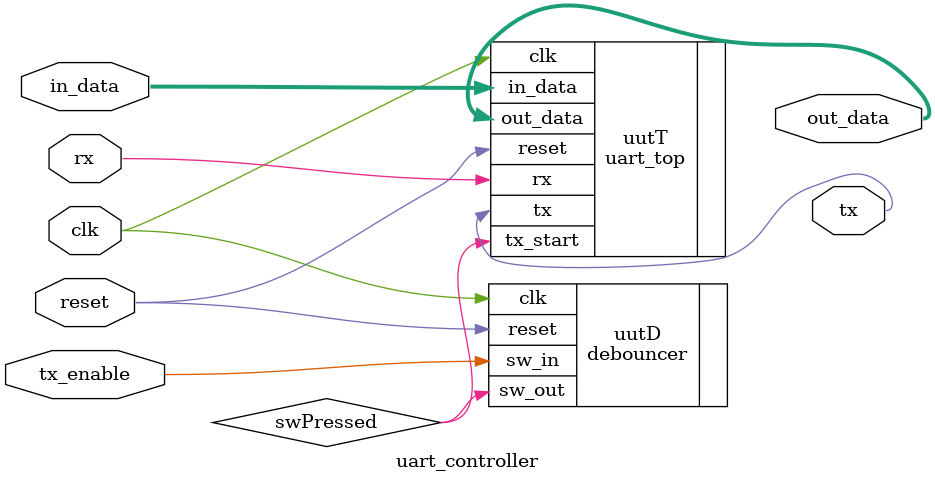
<source format=v>
`timescale 1ns / 1ps

module uart_controller(
    input wire clk,
    input wire reset,
    input wire tx_enable,
    input wire [7:0] in_data,
    input wire rx,
    output wire [7:0] out_data,
    output wire tx
);

    wire swPressed; 
    
    // Debouncer for the tx_enable input
    debouncer uutD (.clk(clk), .reset(reset), .sw_in(tx_enable), .sw_out(swPressed));
    
    // UART Top Module
    uart_top uutT (.clk(clk), .reset(reset), .tx_start(swPressed), .in_data(in_data),
                   .out_data(out_data), .rx(rx), .tx(tx));

endmodule

</source>
